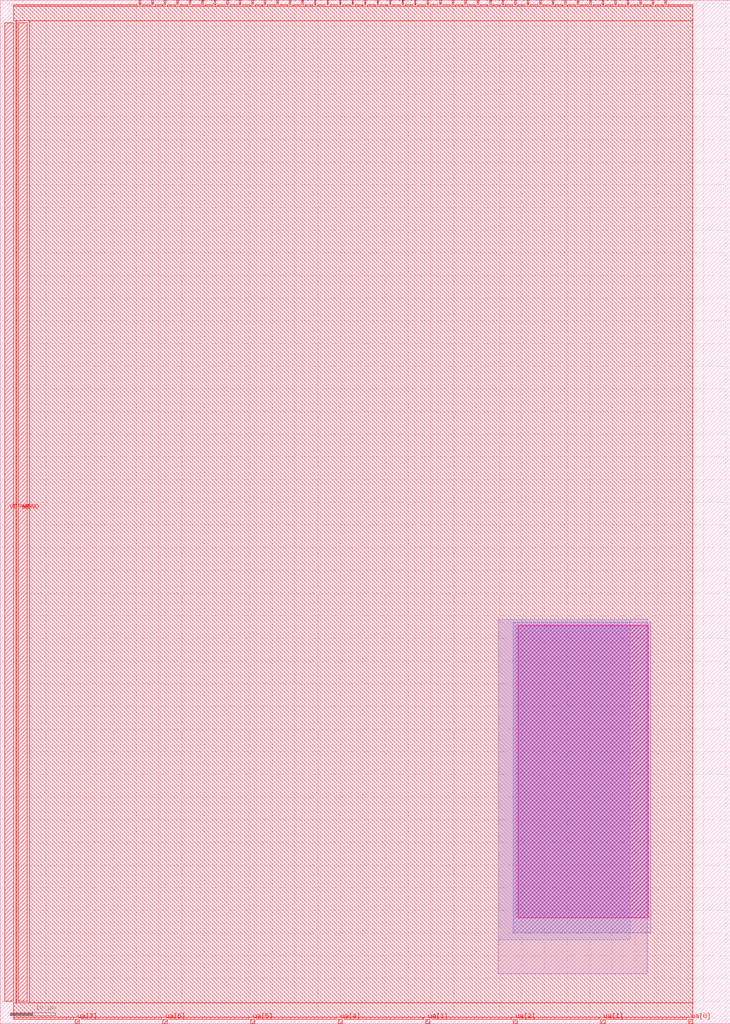
<source format=lef>
VERSION 5.7 ;
  NOWIREEXTENSIONATPIN ON ;
  DIVIDERCHAR "/" ;
  BUSBITCHARS "[]" ;
MACRO time_domain_comparator_its
  CLASS BLOCK ;
  FOREIGN time_domain_comparator_its ;
  ORIGIN 0.000 0.000 ;
  SIZE 161.000 BY 225.760 ;
  PIN clk
    DIRECTION INPUT ;
    USE SIGNAL ;
    ANTENNAGATEAREA 240.000000 ;
    PORT
      LAYER met4 ;
        RECT 143.830 224.760 144.130 225.760 ;
    END
  END clk
  PIN ena
    DIRECTION INPUT ;
    USE SIGNAL ;
    PORT
      LAYER met4 ;
        RECT 146.590 224.760 146.890 225.760 ;
    END
  END ena
  PIN rst_n
    DIRECTION INPUT ;
    USE SIGNAL ;
    PORT
      LAYER met4 ;
        RECT 141.070 224.760 141.370 225.760 ;
    END
  END rst_n
  PIN ua[0]
    DIRECTION INOUT ;
    USE SIGNAL ;
    ANTENNAGATEAREA 120.000000 ;
    PORT
      LAYER met4 ;
        RECT 151.810 0.000 152.710 1.000 ;
    END
  END ua[0]
  PIN ua[1]
    DIRECTION INOUT ;
    USE SIGNAL ;
    ANTENNAGATEAREA 120.000000 ;
    PORT
      LAYER met4 ;
        RECT 132.490 0.000 133.390 1.000 ;
    END
  END ua[1]
  PIN ua[2]
    DIRECTION INOUT ;
    USE SIGNAL ;
    PORT
      LAYER met4 ;
        RECT 113.170 0.000 114.070 1.000 ;
    END
  END ua[2]
  PIN ua[3]
    DIRECTION INOUT ;
    USE SIGNAL ;
    PORT
      LAYER met4 ;
        RECT 93.850 0.000 94.750 1.000 ;
    END
  END ua[3]
  PIN ua[4]
    DIRECTION INOUT ;
    USE SIGNAL ;
    PORT
      LAYER met4 ;
        RECT 74.530 0.000 75.430 1.000 ;
    END
  END ua[4]
  PIN ua[5]
    DIRECTION INOUT ;
    USE SIGNAL ;
    PORT
      LAYER met4 ;
        RECT 55.210 0.000 56.110 1.000 ;
    END
  END ua[5]
  PIN ua[6]
    DIRECTION INOUT ;
    USE SIGNAL ;
    PORT
      LAYER met4 ;
        RECT 35.890 0.000 36.790 1.000 ;
    END
  END ua[6]
  PIN ua[7]
    DIRECTION INOUT ;
    USE SIGNAL ;
    PORT
      LAYER met4 ;
        RECT 16.570 0.000 17.470 1.000 ;
    END
  END ua[7]
  PIN ui_in[0]
    DIRECTION INPUT ;
    USE SIGNAL ;
    PORT
      LAYER met4 ;
        RECT 138.310 224.760 138.610 225.760 ;
    END
  END ui_in[0]
  PIN ui_in[1]
    DIRECTION INPUT ;
    USE SIGNAL ;
    PORT
      LAYER met4 ;
        RECT 135.550 224.760 135.850 225.760 ;
    END
  END ui_in[1]
  PIN ui_in[2]
    DIRECTION INPUT ;
    USE SIGNAL ;
    PORT
      LAYER met4 ;
        RECT 132.790 224.760 133.090 225.760 ;
    END
  END ui_in[2]
  PIN ui_in[3]
    DIRECTION INPUT ;
    USE SIGNAL ;
    PORT
      LAYER met4 ;
        RECT 130.030 224.760 130.330 225.760 ;
    END
  END ui_in[3]
  PIN ui_in[4]
    DIRECTION INPUT ;
    USE SIGNAL ;
    PORT
      LAYER met4 ;
        RECT 127.270 224.760 127.570 225.760 ;
    END
  END ui_in[4]
  PIN ui_in[5]
    DIRECTION INPUT ;
    USE SIGNAL ;
    PORT
      LAYER met4 ;
        RECT 124.510 224.760 124.810 225.760 ;
    END
  END ui_in[5]
  PIN ui_in[6]
    DIRECTION INPUT ;
    USE SIGNAL ;
    PORT
      LAYER met4 ;
        RECT 121.750 224.760 122.050 225.760 ;
    END
  END ui_in[6]
  PIN ui_in[7]
    DIRECTION INPUT ;
    USE SIGNAL ;
    PORT
      LAYER met4 ;
        RECT 118.990 224.760 119.290 225.760 ;
    END
  END ui_in[7]
  PIN uio_in[0]
    DIRECTION INPUT ;
    USE SIGNAL ;
    PORT
      LAYER met4 ;
        RECT 116.230 224.760 116.530 225.760 ;
    END
  END uio_in[0]
  PIN uio_in[1]
    DIRECTION INPUT ;
    USE SIGNAL ;
    PORT
      LAYER met4 ;
        RECT 113.470 224.760 113.770 225.760 ;
    END
  END uio_in[1]
  PIN uio_in[2]
    DIRECTION INPUT ;
    USE SIGNAL ;
    PORT
      LAYER met4 ;
        RECT 110.710 224.760 111.010 225.760 ;
    END
  END uio_in[2]
  PIN uio_in[3]
    DIRECTION INPUT ;
    USE SIGNAL ;
    PORT
      LAYER met4 ;
        RECT 107.950 224.760 108.250 225.760 ;
    END
  END uio_in[3]
  PIN uio_in[4]
    DIRECTION INPUT ;
    USE SIGNAL ;
    PORT
      LAYER met4 ;
        RECT 105.190 224.760 105.490 225.760 ;
    END
  END uio_in[4]
  PIN uio_in[5]
    DIRECTION INPUT ;
    USE SIGNAL ;
    PORT
      LAYER met4 ;
        RECT 102.430 224.760 102.730 225.760 ;
    END
  END uio_in[5]
  PIN uio_in[6]
    DIRECTION INPUT ;
    USE SIGNAL ;
    PORT
      LAYER met4 ;
        RECT 99.670 224.760 99.970 225.760 ;
    END
  END uio_in[6]
  PIN uio_in[7]
    DIRECTION INPUT ;
    USE SIGNAL ;
    PORT
      LAYER met4 ;
        RECT 96.910 224.760 97.210 225.760 ;
    END
  END uio_in[7]
  PIN uio_oe[0]
    DIRECTION OUTPUT ;
    USE SIGNAL ;
    PORT
      LAYER met4 ;
        RECT 49.990 224.760 50.290 225.760 ;
    END
  END uio_oe[0]
  PIN uio_oe[1]
    DIRECTION OUTPUT ;
    USE SIGNAL ;
    PORT
      LAYER met4 ;
        RECT 47.230 224.760 47.530 225.760 ;
    END
  END uio_oe[1]
  PIN uio_oe[2]
    DIRECTION OUTPUT ;
    USE SIGNAL ;
    PORT
      LAYER met4 ;
        RECT 44.470 224.760 44.770 225.760 ;
    END
  END uio_oe[2]
  PIN uio_oe[3]
    DIRECTION OUTPUT ;
    USE SIGNAL ;
    PORT
      LAYER met4 ;
        RECT 41.710 224.760 42.010 225.760 ;
    END
  END uio_oe[3]
  PIN uio_oe[4]
    DIRECTION OUTPUT ;
    USE SIGNAL ;
    PORT
      LAYER met4 ;
        RECT 38.950 224.760 39.250 225.760 ;
    END
  END uio_oe[4]
  PIN uio_oe[5]
    DIRECTION OUTPUT ;
    USE SIGNAL ;
    PORT
      LAYER met4 ;
        RECT 36.190 224.760 36.490 225.760 ;
    END
  END uio_oe[5]
  PIN uio_oe[6]
    DIRECTION OUTPUT ;
    USE SIGNAL ;
    PORT
      LAYER met4 ;
        RECT 33.430 224.760 33.730 225.760 ;
    END
  END uio_oe[6]
  PIN uio_oe[7]
    DIRECTION OUTPUT ;
    USE SIGNAL ;
    PORT
      LAYER met4 ;
        RECT 30.670 224.760 30.970 225.760 ;
    END
  END uio_oe[7]
  PIN uio_out[0]
    DIRECTION OUTPUT ;
    USE SIGNAL ;
    PORT
      LAYER met4 ;
        RECT 72.070 224.760 72.370 225.760 ;
    END
  END uio_out[0]
  PIN uio_out[1]
    DIRECTION OUTPUT ;
    USE SIGNAL ;
    PORT
      LAYER met4 ;
        RECT 69.310 224.760 69.610 225.760 ;
    END
  END uio_out[1]
  PIN uio_out[2]
    DIRECTION OUTPUT ;
    USE SIGNAL ;
    PORT
      LAYER met4 ;
        RECT 66.550 224.760 66.850 225.760 ;
    END
  END uio_out[2]
  PIN uio_out[3]
    DIRECTION OUTPUT ;
    USE SIGNAL ;
    PORT
      LAYER met4 ;
        RECT 63.790 224.760 64.090 225.760 ;
    END
  END uio_out[3]
  PIN uio_out[4]
    DIRECTION OUTPUT ;
    USE SIGNAL ;
    PORT
      LAYER met4 ;
        RECT 61.030 224.760 61.330 225.760 ;
    END
  END uio_out[4]
  PIN uio_out[5]
    DIRECTION OUTPUT ;
    USE SIGNAL ;
    PORT
      LAYER met4 ;
        RECT 58.270 224.760 58.570 225.760 ;
    END
  END uio_out[5]
  PIN uio_out[6]
    DIRECTION OUTPUT ;
    USE SIGNAL ;
    PORT
      LAYER met4 ;
        RECT 55.510 224.760 55.810 225.760 ;
    END
  END uio_out[6]
  PIN uio_out[7]
    DIRECTION OUTPUT ;
    USE SIGNAL ;
    PORT
      LAYER met4 ;
        RECT 52.750 224.760 53.050 225.760 ;
    END
  END uio_out[7]
  PIN uo_out[0]
    DIRECTION OUTPUT ;
    USE SIGNAL ;
    ANTENNAGATEAREA 0.247500 ;
    ANTENNADIFFAREA 0.439000 ;
    PORT
      LAYER met4 ;
        RECT 94.150 224.760 94.450 225.760 ;
    END
  END uo_out[0]
  PIN uo_out[1]
    DIRECTION OUTPUT ;
    USE SIGNAL ;
    ANTENNAGATEAREA 0.247500 ;
    ANTENNADIFFAREA 0.439000 ;
    PORT
      LAYER met4 ;
        RECT 91.390 224.760 91.690 225.760 ;
    END
  END uo_out[1]
  PIN uo_out[2]
    DIRECTION OUTPUT ;
    USE SIGNAL ;
    PORT
      LAYER met4 ;
        RECT 88.630 224.760 88.930 225.760 ;
    END
  END uo_out[2]
  PIN uo_out[3]
    DIRECTION OUTPUT ;
    USE SIGNAL ;
    PORT
      LAYER met4 ;
        RECT 85.870 224.760 86.170 225.760 ;
    END
  END uo_out[3]
  PIN uo_out[4]
    DIRECTION OUTPUT ;
    USE SIGNAL ;
    PORT
      LAYER met4 ;
        RECT 83.110 224.760 83.410 225.760 ;
    END
  END uo_out[4]
  PIN uo_out[5]
    DIRECTION OUTPUT ;
    USE SIGNAL ;
    PORT
      LAYER met4 ;
        RECT 80.350 224.760 80.650 225.760 ;
    END
  END uo_out[5]
  PIN uo_out[6]
    DIRECTION OUTPUT ;
    USE SIGNAL ;
    PORT
      LAYER met4 ;
        RECT 77.590 224.760 77.890 225.760 ;
    END
  END uo_out[6]
  PIN uo_out[7]
    DIRECTION OUTPUT ;
    USE SIGNAL ;
    PORT
      LAYER met4 ;
        RECT 74.830 224.760 75.130 225.760 ;
    END
  END uo_out[7]
  PIN VDPWR
    DIRECTION INOUT ;
    USE POWER ;
    PORT
      LAYER met4 ;
        RECT 1.000 5.000 3.000 220.760 ;
    END
  END VDPWR
  PIN VGND
    DIRECTION INOUT ;
    USE GROUND ;
    PORT
      LAYER met4 ;
        RECT 4.000 5.000 6.000 220.760 ;
    END
  END VGND
  OBS
      LAYER nwell ;
        RECT 114.240 23.425 142.955 87.845 ;
      LAYER li1 ;
        RECT 113.740 23.425 143.455 87.665 ;
      LAYER met1 ;
        RECT 113.190 20.080 143.485 88.570 ;
      LAYER met2 ;
        RECT 109.850 11.025 142.665 89.255 ;
      LAYER met3 ;
        RECT 109.800 18.495 138.960 89.220 ;
      LAYER met4 ;
        RECT 3.000 224.360 30.270 224.760 ;
        RECT 31.370 224.360 33.030 224.760 ;
        RECT 34.130 224.360 35.790 224.760 ;
        RECT 36.890 224.360 38.550 224.760 ;
        RECT 39.650 224.360 41.310 224.760 ;
        RECT 42.410 224.360 44.070 224.760 ;
        RECT 45.170 224.360 46.830 224.760 ;
        RECT 47.930 224.360 49.590 224.760 ;
        RECT 50.690 224.360 52.350 224.760 ;
        RECT 53.450 224.360 55.110 224.760 ;
        RECT 56.210 224.360 57.870 224.760 ;
        RECT 58.970 224.360 60.630 224.760 ;
        RECT 61.730 224.360 63.390 224.760 ;
        RECT 64.490 224.360 66.150 224.760 ;
        RECT 67.250 224.360 68.910 224.760 ;
        RECT 70.010 224.360 71.670 224.760 ;
        RECT 72.770 224.360 74.430 224.760 ;
        RECT 75.530 224.360 77.190 224.760 ;
        RECT 78.290 224.360 79.950 224.760 ;
        RECT 81.050 224.360 82.710 224.760 ;
        RECT 83.810 224.360 85.470 224.760 ;
        RECT 86.570 224.360 88.230 224.760 ;
        RECT 89.330 224.360 90.990 224.760 ;
        RECT 92.090 224.360 93.750 224.760 ;
        RECT 94.850 224.360 96.510 224.760 ;
        RECT 97.610 224.360 99.270 224.760 ;
        RECT 100.370 224.360 102.030 224.760 ;
        RECT 103.130 224.360 104.790 224.760 ;
        RECT 105.890 224.360 107.550 224.760 ;
        RECT 108.650 224.360 110.310 224.760 ;
        RECT 111.410 224.360 113.070 224.760 ;
        RECT 114.170 224.360 115.830 224.760 ;
        RECT 116.930 224.360 118.590 224.760 ;
        RECT 119.690 224.360 121.350 224.760 ;
        RECT 122.450 224.360 124.110 224.760 ;
        RECT 125.210 224.360 126.870 224.760 ;
        RECT 127.970 224.360 129.630 224.760 ;
        RECT 130.730 224.360 132.390 224.760 ;
        RECT 133.490 224.360 135.150 224.760 ;
        RECT 136.250 224.360 137.910 224.760 ;
        RECT 139.010 224.360 140.670 224.760 ;
        RECT 141.770 224.360 143.430 224.760 ;
        RECT 144.530 224.360 146.190 224.760 ;
        RECT 147.290 224.360 152.710 224.760 ;
        RECT 3.000 221.160 152.710 224.360 ;
        RECT 3.400 4.600 3.600 221.160 ;
        RECT 6.400 4.600 152.710 221.160 ;
        RECT 3.000 1.400 152.710 4.600 ;
        RECT 3.000 1.000 16.170 1.400 ;
        RECT 17.870 1.000 35.490 1.400 ;
        RECT 37.190 1.000 54.810 1.400 ;
        RECT 56.510 1.000 74.130 1.400 ;
        RECT 75.830 1.000 93.450 1.400 ;
        RECT 95.150 1.000 112.770 1.400 ;
        RECT 114.470 1.000 132.090 1.400 ;
        RECT 133.790 1.000 151.410 1.400 ;
  END
END time_domain_comparator_its
END LIBRARY


</source>
